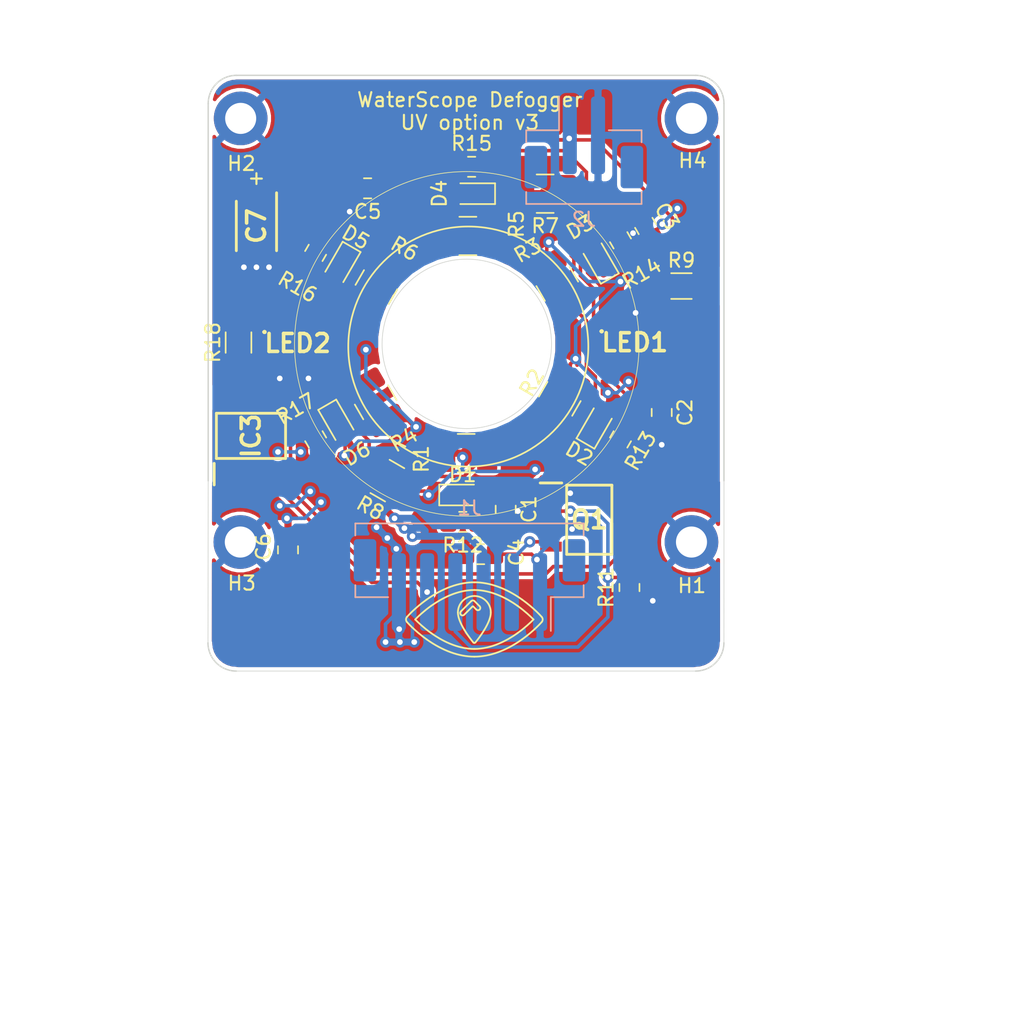
<source format=kicad_pcb>
(kicad_pcb (version 20171130) (host pcbnew "(5.1.10)-1")
  (layers (0 F.Cu signal) (31 B.Cu signal) (34 B.Paste user) (35 F.Paste user) (36 B.SilkS user) (37 F.SilkS user) (38 B.Mask user) (39 F.Mask user) (44 Edge.Cuts user))
  (net 0 "")
  (net 1 GND)
  (net 2 +5V)
  (net 3 DIN)
  (net 4 UV)
  (net 5 DFG)
  (net 6 Temp)
  (net 7 "Net-(D1-Pad1)")
  (net 8 "Net-(D2-Pad1)")
  (net 9 "Net-(D3-Pad1)")
  (net 10 "Net-(D4-Pad1)")
  (net 11 "Net-(D5-Pad1)")
  (net 12 "Net-(D6-Pad1)")
  (net 13 LED-)
  (net 14 UVC+)
  (net 15 UV-)
  (net 16 "Net-(LED1-Pad1)")
  (net 17 "Net-(LED2-Pad1)")
  (module SamacSys_Parts:SOIC127P600X175-8N (layer F.Cu) (at 202.3872 110.0836)
    (fp_text reference Q1 (at 0 0) (layer F.SilkS) (effects (font (size 1.27 1.27) (thickness 0.254))))
    (fp_text value NCE6005AS hide)
    (pad 8 smd rect (at 2.712 -1.905 90) (size 0.7 1.525) (layers F.Cu F.Paste F.Mask) (net 13 LED-))
    (pad 7 smd rect (at 2.712 -0.635 90) (size 0.7 1.525) (layers F.Cu F.Paste F.Mask) (net 13 LED-))
    (pad 6 smd rect (at 2.712 0.635 90) (size 0.7 1.525) (layers F.Cu F.Paste F.Mask) (net 15 UV-))
    (pad 5 smd rect (at 2.712 1.905 90) (size 0.7 1.525) (layers F.Cu F.Paste F.Mask) (net 15 UV-))
    (pad 4 smd rect (at -2.712 1.905 90) (size 0.7 1.525) (layers F.Cu F.Paste F.Mask) (net 4 UV))
    (pad 3 smd rect (at -2.712 0.635 90) (size 0.7 1.525) (layers F.Cu F.Paste F.Mask) (net 1 GND))
    (pad 2 smd rect (at -2.712 -0.635 90) (size 0.7 1.525) (layers F.Cu F.Paste F.Mask) (net 3 DIN))
    (pad 1 smd rect (at -2.712 -1.905 90) (size 0.7 1.525) (layers F.Cu F.Paste F.Mask) (net 1 GND))
  )
  (module SamacSys_Parts:F3500041 (layer F.Cu) (at 181.737 97.5868)
    (fp_text reference LED2 (at 0 0) (layer F.SilkS) (effects (font (size 1.27 1.27) (thickness 0.254))))
    (fp_text value F.35.00041 hide)
    (pad 5 smd rect (at 0 0) (size 0.69 3.1) (layers F.Cu F.Paste F.Mask) (net 1 GND))
    (pad 4 smd rect (at 1.285 0.85) (size 0.53 1.4) (layers F.Cu F.Paste F.Mask) (net 1 GND))
    (pad 3 smd rect (at -1.285 0.85) (size 0.53 1.4) (layers F.Cu F.Paste F.Mask) (net 14 UVC+))
    (pad 2 smd rect (at 1.285 -0.85) (size 0.53 1.4) (layers F.Cu F.Paste F.Mask) (net 15 UV-))
    (pad 1 smd rect (at -1.285 -0.85) (size 0.53 1.4) (layers F.Cu F.Paste F.Mask) (net 17 "Net-(LED2-Pad1)"))
  )
  (module SamacSys_Parts:F3500041 (layer F.Cu) (at 205.613 97.536)
    (fp_text reference LED1 (at 0 0) (layer F.SilkS) (effects (font (size 1.27 1.27) (thickness 0.254))))
    (fp_text value F.35.00041 hide)
    (pad 5 smd rect (at 0 0) (size 0.69 3.1) (layers F.Cu F.Paste F.Mask) (net 1 GND))
    (pad 4 smd rect (at 1.285 0.85) (size 0.53 1.4) (layers F.Cu F.Paste F.Mask) (net 1 GND))
    (pad 3 smd rect (at -1.285 0.85) (size 0.53 1.4) (layers F.Cu F.Paste F.Mask) (net 14 UVC+))
    (pad 2 smd rect (at 1.285 -0.85) (size 0.53 1.4) (layers F.Cu F.Paste F.Mask) (net 15 UV-))
    (pad 1 smd rect (at -1.285 -0.85) (size 0.53 1.4) (layers F.Cu F.Paste F.Mask) (net 16 "Net-(LED1-Pad1)"))
  )
  (module SamacSys_Parts:SOIC127P600X175-8N (layer F.Cu) (at 178.429 104.143 90)
    (fp_text reference IC3 (at 0 0 90) (layer F.SilkS) (effects (font (size 1.27 1.27) (thickness 0.254))))
    (fp_text value DS18B20Z+ hide)
    (pad 8 smd rect (at 2.712 -1.905 180) (size 0.7 1.525) (layers F.Cu F.Paste F.Mask))
    (pad 7 smd rect (at 2.712 -0.635 180) (size 0.7 1.525) (layers F.Cu F.Paste F.Mask))
    (pad 6 smd rect (at 2.712 0.635 180) (size 0.7 1.525) (layers F.Cu F.Paste F.Mask))
    (pad 5 smd rect (at 2.712 1.905 180) (size 0.7 1.525) (layers F.Cu F.Paste F.Mask) (net 1 GND))
    (pad 4 smd rect (at -2.712 1.905 180) (size 0.7 1.525) (layers F.Cu F.Paste F.Mask) (net 6 Temp))
    (pad 3 smd rect (at -2.712 0.635 180) (size 0.7 1.525) (layers F.Cu F.Paste F.Mask) (net 2 +5V))
    (pad 2 smd rect (at -2.712 -0.635 180) (size 0.7 1.525) (layers F.Cu F.Paste F.Mask))
    (pad 1 smd rect (at -2.712 -1.905 180) (size 0.7 1.525) (layers F.Cu F.Paste F.Mask))
  )
  (module SamacSys_Parts:CAPPM3528X210N (layer F.Cu) (at 178.816 89.281 270)
    (fp_text reference C7 (at 0 0 90) (layer F.SilkS) (effects (font (size 1.27 1.27) (thickness 0.254))))
    (fp_text value TAJB107K006RNJ hide)
    (pad 2 smd rect (at 1.45 0 270) (size 1.8 2.3) (layers F.Cu F.Paste F.Mask) (net 1 GND))
    (pad 1 smd rect (at -1.45 0 270) (size 1.8 2.3) (layers F.Cu F.Paste F.Mask) (net 2 +5V))
  )
  (module MountingHole:MountingHole_2.2mm_M2_DIN965_Pad (layer F.Cu) (at 209.626007 81.663)
    (fp_text reference H4 (at 0.076393 2.9952) (layer F.SilkS))
    (fp_text value MountingHole_Pad)
    (pad 1 thru_hole circle (at 0 0) (size 3.8 3.8) (drill 2.2) (layers *.Cu *.Mask) (net 1 GND))
  )
  (module MountingHole:MountingHole_2.2mm_M2_DIN965_Pad (layer F.Cu) (at 177.675 111.663)
    (fp_text reference H3 (at 0.0996 2.9164) (layer F.SilkS))
    (fp_text value MountingHole_Pad)
    (pad 1 thru_hole circle (at 0 0) (size 3.8 3.8) (drill 2.2) (layers *.Cu *.Mask) (net 1 GND))
  )
  (module MountingHole:MountingHole_2.2mm_M2_DIN965_Pad (layer F.Cu) (at 177.699385 81.663)
    (fp_text reference H2 (at 0.049815 3.1984) (layer F.SilkS))
    (fp_text value MountingHole_Pad)
    (pad 1 thru_hole circle (at 0 0) (size 3.8 3.8) (drill 2.2) (layers *.Cu *.Mask) (net 1 GND))
  )
  (module MountingHole:MountingHole_2.2mm_M2_DIN965_Pad (layer F.Cu) (at 209.626007 111.663)
    (fp_text reference H1 (at 0.025593 3.0942) (layer F.SilkS))
    (fp_text value MountingHole_Pad)
    (pad 1 thru_hole circle (at 0 0) (size 3.8 3.8) (drill 2.2) (layers *.Cu *.Mask) (net 1 GND))
  )
  (module Connector_JST:JST_PH_B2B-PH-SM4-TB_1x02-1MP_P2.00mm_Vertical (layer B.Cu) (at 202.0062 83.3628)
    (fp_text reference J2 (at 0 5.45) (layer B.SilkS) (effects (justify mirror)))
    (fp_text value Conn_01x02_Female)
    (pad MP smd roundrect (at 3.4 1.75) (size 1.6 3) (layers B.Cu B.Paste B.Mask) (roundrect_rratio 0.15625))
    (pad MP smd roundrect (at -3.4 1.75) (size 1.6 3) (layers B.Cu B.Paste B.Mask) (roundrect_rratio 0.15625))
    (pad 2 smd roundrect (at 1 -0.5) (size 1 5.5) (layers B.Cu B.Paste B.Mask) (net 1 GND))
    (pad 1 smd roundrect (at -1 -0.5) (size 1 5.5) (layers B.Cu B.Paste B.Mask) (net 14 UVC+))
  )
  (module Resistor_SMD:R_1206_3216Metric_Pad1.30x1.75mm_HandSolder (layer F.Cu) (at 177.546 97.536 90)
    (fp_text reference R18 (at 0 -1.82 90) (layer F.SilkS))
    (fp_text value R)
    (pad 2 smd roundrect (at 1.55 0 90) (size 1.3 1.75) (layers F.Cu F.Paste F.Mask) (roundrect_rratio 0.1923076923076923) (net 2 +5V))
    (pad 1 smd roundrect (at -1.55 0 90) (size 1.3 1.75) (layers F.Cu F.Paste F.Mask) (roundrect_rratio 0.1923076923076923) (net 17 "Net-(LED2-Pad1)"))
  )
  (module Resistor_SMD:R_1206_3216Metric_Pad1.30x1.75mm_HandSolder (layer F.Cu) (at 208.915 93.5355)
    (fp_text reference R9 (at 0 -1.82) (layer F.SilkS))
    (fp_text value R)
    (pad 2 smd roundrect (at 1.55 0) (size 1.3 1.75) (layers F.Cu F.Paste F.Mask) (roundrect_rratio 0.1923076923076923) (net 2 +5V))
    (pad 1 smd roundrect (at -1.55 0) (size 1.3 1.75) (layers F.Cu F.Paste F.Mask) (roundrect_rratio 0.1923076923076923) (net 16 "Net-(LED1-Pad1)"))
  )
  (module Resistor_SMD:R_0805_2012Metric_Pad1.15x1.40mm_HandSolder (layer F.Cu) (at 183.0115 104.392676 300)
    (fp_text reference R17 (at -2.569352 0.134897 210) (layer F.SilkS))
    (fp_text value 500)
    (pad 2 smd roundrect (at 1.025 0 300) (size 1.15 1.4) (layers F.Cu F.Paste F.Mask) (roundrect_rratio 0.2173904347826087) (net 12 "Net-(D6-Pad1)"))
    (pad 1 smd roundrect (at -1.025 0 300) (size 1.15 1.4) (layers F.Cu F.Paste F.Mask) (roundrect_rratio 0.2173904347826087) (net 13 LED-))
  )
  (module Resistor_SMD:R_0805_2012Metric_Pad1.15x1.40mm_HandSolder (layer F.Cu) (at 183.007 91.186 60)
    (fp_text reference R16 (at -2.724719 0.106648 330) (layer F.SilkS))
    (fp_text value 500)
    (pad 2 smd roundrect (at 1.025 0 60) (size 1.15 1.4) (layers F.Cu F.Paste F.Mask) (roundrect_rratio 0.2173904347826087) (net 11 "Net-(D5-Pad1)"))
    (pad 1 smd roundrect (at -1.025 0 60) (size 1.15 1.4) (layers F.Cu F.Paste F.Mask) (roundrect_rratio 0.2173904347826087) (net 13 LED-))
  )
  (module Resistor_SMD:R_0805_2012Metric_Pad1.15x1.40mm_HandSolder (layer F.Cu) (at 194.056 85.09)
    (fp_text reference R15 (at 0 -1.65) (layer F.SilkS))
    (fp_text value 500)
    (pad 2 smd roundrect (at 1.025 0) (size 1.15 1.4) (layers F.Cu F.Paste F.Mask) (roundrect_rratio 0.2173904347826087) (net 10 "Net-(D4-Pad1)"))
    (pad 1 smd roundrect (at -1.025 0) (size 1.15 1.4) (layers F.Cu F.Paste F.Mask) (roundrect_rratio 0.2173904347826087) (net 13 LED-))
  )
  (module Resistor_SMD:R_0805_2012Metric_Pad1.15x1.40mm_HandSolder (layer F.Cu) (at 204.597 90.297 300)
    (fp_text reference R14 (at 2.794 -0.127 30) (layer F.SilkS))
    (fp_text value 500)
    (pad 2 smd roundrect (at 1.025 0 300) (size 1.15 1.4) (layers F.Cu F.Paste F.Mask) (roundrect_rratio 0.2173904347826087) (net 9 "Net-(D3-Pad1)"))
    (pad 1 smd roundrect (at -1.025 0 300) (size 1.15 1.4) (layers F.Cu F.Paste F.Mask) (roundrect_rratio 0.2173904347826087) (net 13 LED-))
  )
  (module Resistor_SMD:R_0805_2012Metric_Pad1.15x1.40mm_HandSolder (layer F.Cu) (at 204.597 104.394 240)
    (fp_text reference R13 (at 0 -1.65 60) (layer F.SilkS))
    (fp_text value 500)
    (pad 2 smd roundrect (at 1.025 0 240) (size 1.15 1.4) (layers F.Cu F.Paste F.Mask) (roundrect_rratio 0.2173904347826087) (net 8 "Net-(D2-Pad1)"))
    (pad 1 smd roundrect (at -1.025 0 240) (size 1.15 1.4) (layers F.Cu F.Paste F.Mask) (roundrect_rratio 0.2173904347826087) (net 13 LED-))
  )
  (module Resistor_SMD:R_0805_2012Metric_Pad1.15x1.40mm_HandSolder (layer F.Cu) (at 193.43 110.236 180)
    (fp_text reference R12 (at 0 -1.65 180) (layer F.SilkS))
    (fp_text value 500)
    (pad 2 smd roundrect (at 1.025 0 180) (size 1.15 1.4) (layers F.Cu F.Paste F.Mask) (roundrect_rratio 0.2173904347826087) (net 7 "Net-(D1-Pad1)"))
    (pad 1 smd roundrect (at -1.025 0 180) (size 1.15 1.4) (layers F.Cu F.Paste F.Mask) (roundrect_rratio 0.2173904347826087) (net 13 LED-))
  )
  (module Resistor_SMD:R_0805_2012Metric_Pad1.15x1.40mm_HandSolder (layer F.Cu) (at 205.232 114.8842 90)
    (fp_text reference R11 (at 0 -1.65 90) (layer F.SilkS))
    (fp_text value 10k)
    (pad 2 smd roundrect (at 1.025 0 90) (size 1.15 1.4) (layers F.Cu F.Paste F.Mask) (roundrect_rratio 0.2173904347826087) (net 3 DIN))
    (pad 1 smd roundrect (at -1.025 0 90) (size 1.15 1.4) (layers F.Cu F.Paste F.Mask) (roundrect_rratio 0.2173904347826087) (net 1 GND))
  )
  (module LED_SMD:LED_0603_1608Metric_Pad1.05x0.95mm_HandSolder (layer F.Cu) (at 184.658 103.378 300)
    (fp_text reference D6 (at 2.394764 -0.083852 210) (layer F.SilkS))
    (fp_text value LED)
    (pad 2 smd roundrect (at 0.875 0 300) (size 1.05 0.95) (layers F.Cu F.Paste F.Mask) (net 2 +5V))
    (pad 1 smd roundrect (at -0.875 0 300) (size 1.05 0.95) (layers F.Cu F.Paste F.Mask) (net 12 "Net-(D6-Pad1)"))
  )
  (module LED_SMD:LED_0603_1608Metric_Pad1.05x0.95mm_HandSolder (layer F.Cu) (at 184.7285 92.197772 240)
    (fp_text reference D5 (at -2.394764 0.083852 330) (layer F.SilkS))
    (fp_text value LED)
    (pad 2 smd roundrect (at 0.875 0 240) (size 1.05 0.95) (layers F.Cu F.Paste F.Mask) (net 2 +5V))
    (pad 1 smd roundrect (at -0.875 0 240) (size 1.05 0.95) (layers F.Cu F.Paste F.Mask) (net 11 "Net-(D5-Pad1)"))
  )
  (module LED_SMD:LED_0603_1608Metric_Pad1.05x0.95mm_HandSolder (layer F.Cu) (at 194.056 86.995 180)
    (fp_text reference D4 (at 2.286 0 90) (layer F.SilkS))
    (fp_text value LED)
    (pad 2 smd roundrect (at 0.875 0 180) (size 1.05 0.95) (layers F.Cu F.Paste F.Mask) (net 2 +5V))
    (pad 1 smd roundrect (at -0.875 0 180) (size 1.05 0.95) (layers F.Cu F.Paste F.Mask) (net 10 "Net-(D4-Pad1)"))
  )
  (module LED_SMD:LED_0603_1608Metric_Pad1.05x0.95mm_HandSolder (layer F.Cu) (at 203.0165 91.571228 120)
    (fp_text reference D3 (at 2.54 0 30) (layer F.SilkS))
    (fp_text value LED)
    (pad 2 smd roundrect (at 0.875 0 120) (size 1.05 0.95) (layers F.Cu F.Paste F.Mask) (net 2 +5V))
    (pad 1 smd roundrect (at -0.875 0 120) (size 1.05 0.95) (layers F.Cu F.Paste F.Mask) (net 9 "Net-(D3-Pad1)"))
  )
  (module LED_SMD:LED_0603_1608Metric_Pad1.05x0.95mm_HandSolder (layer F.Cu) (at 202.946 103.251 60)
    (fp_text reference D2 (at -2.504749 -0.020352 150) (layer F.SilkS))
    (fp_text value LED)
    (pad 2 smd roundrect (at 0.875 0 60) (size 1.05 0.95) (layers F.Cu F.Paste F.Mask) (net 2 +5V))
    (pad 1 smd roundrect (at -0.875 0 60) (size 1.05 0.95) (layers F.Cu F.Paste F.Mask) (net 8 "Net-(D2-Pad1)"))
  )
  (module LED_SMD:LED_0603_1608Metric_Pad1.05x0.95mm_HandSolder (layer F.Cu) (at 193.421 108.331)
    (fp_text reference D1 (at 0 -1.43) (layer F.SilkS))
    (fp_text value LED)
    (pad 2 smd roundrect (at 0.875 0) (size 1.05 0.95) (layers F.Cu F.Paste F.Mask) (net 2 +5V))
    (pad 1 smd roundrect (at -0.875 0) (size 1.05 0.95) (layers F.Cu F.Paste F.Mask) (net 7 "Net-(D1-Pad1)"))
  )
  (module Resistor_SMD:R_1210_3225Metric_Pad1.42x2.65mm_HandSolder (layer F.Cu) (at 188.087 107.315 330)
    (fp_text reference R8 (at -0.06423 2.28875 150) (layer F.SilkS))
    (fp_text value R)
    (pad 2 smd roundrect (at 1.4875 0 330) (size 1.425 2.65) (layers F.Cu F.Paste F.Mask) (roundrect_rratio 0.1754385964912281) (net 2 +5V))
    (pad 1 smd roundrect (at -1.4875 0 330) (size 1.425 2.65) (layers F.Cu F.Paste F.Mask) (roundrect_rratio 0.1754385964912281) (net 5 DFG))
  )
  (module Resistor_SMD:R_1210_3225Metric_Pad1.42x2.65mm_HandSolder (layer F.Cu) (at 199.263 86.995 180)
    (fp_text reference R7 (at 0 -2.28) (layer F.SilkS))
    (fp_text value R)
    (pad 2 smd roundrect (at 1.4875 0 180) (size 1.425 2.65) (layers F.Cu F.Paste F.Mask) (roundrect_rratio 0.1754385964912281) (net 2 +5V))
    (pad 1 smd roundrect (at -1.4875 0 180) (size 1.425 2.65) (layers F.Cu F.Paste F.Mask) (roundrect_rratio 0.1754385964912281) (net 5 DFG))
  )
  (module Connector_JST:JST_PH_B6B-PH-SM4-TB_1x06-1MP_P2.00mm_Vertical (layer B.Cu) (at 193.9036 114.7064 180)
    (fp_text reference J1 (at 0 5.45) (layer B.SilkS) (effects (justify mirror)))
    (fp_text value Conn_01x05_Female)
    (pad MP smd roundrect (at 7.4 1.75 180) (size 1.6 3) (layers B.Cu B.Paste B.Mask) (roundrect_rratio 0.15625))
    (pad MP smd roundrect (at -7.4 1.75 180) (size 1.6 3) (layers B.Cu B.Paste B.Mask) (roundrect_rratio 0.15625))
    (pad 6 smd roundrect (at 5 -0.5 180) (size 1 5.5) (layers B.Cu B.Paste B.Mask) (net 2 +5V))
    (pad 5 smd roundrect (at 3 -0.5 180) (size 1 5.5) (layers B.Cu B.Paste B.Mask) (net 6 Temp))
    (pad 4 smd roundrect (at 1 -0.5 180) (size 1 5.5) (layers B.Cu B.Paste B.Mask) (net 3 DIN))
    (pad 3 smd roundrect (at -1 -0.5 180) (size 1 5.5) (layers B.Cu B.Paste B.Mask) (net 5 DFG))
    (pad 2 smd roundrect (at -3 -0.5 180) (size 1 5.5) (layers B.Cu B.Paste B.Mask) (net 4 UV))
    (pad 1 smd roundrect (at -5 -0.5 180) (size 1 5.5) (layers B.Cu B.Paste B.Mask) (net 1 GND))
  )
  (module Resistor_SMD:R_1210_3225Metric_Pad1.42x2.65mm_HandSolder (layer F.Cu) (at 187.31 93.61 240)
    (fp_text reference R6 (at -3.355589 -0.372051 150) (layer F.SilkS))
    (fp_text value R)
    (pad 2 smd roundrect (at 1.4875 0 240) (size 1.425 2.65) (layers F.Cu F.Paste F.Mask) (roundrect_rratio 0.1754385964912281) (net 2 +5V))
    (pad 1 smd roundrect (at -1.4875 0 240) (size 1.425 2.65) (layers F.Cu F.Paste F.Mask) (roundrect_rratio 0.1754385964912281) (net 5 DFG))
  )
  (module Resistor_SMD:R_1210_3225Metric_Pad1.42x2.65mm_HandSolder (layer F.Cu) (at 193.79 89.99)
    (fp_text reference R5 (at 3.441 -0.836 90) (layer F.SilkS))
    (fp_text value R)
    (pad 2 smd roundrect (at 1.4875 0) (size 1.425 2.65) (layers F.Cu F.Paste F.Mask) (roundrect_rratio 0.1754385964912281) (net 2 +5V))
    (pad 1 smd roundrect (at -1.4875 0) (size 1.425 2.65) (layers F.Cu F.Paste F.Mask) (roundrect_rratio 0.1754385964912281) (net 5 DFG))
  )
  (module Resistor_SMD:R_1210_3225Metric_Pad1.42x2.65mm_HandSolder (layer F.Cu) (at 187.26 101.77 300)
    (fp_text reference R4 (at 3.299967 -0.415711 210) (layer F.SilkS))
    (fp_text value R)
    (pad 2 smd roundrect (at 1.4875 0 300) (size 1.425 2.65) (layers F.Cu F.Paste F.Mask) (roundrect_rratio 0.1754385964912281) (net 2 +5V))
    (pad 1 smd roundrect (at -1.4875 0 300) (size 1.425 2.65) (layers F.Cu F.Paste F.Mask) (roundrect_rratio 0.1754385964912281) (net 5 DFG))
  )
  (module Resistor_SMD:R_1210_3225Metric_Pad1.42x2.65mm_HandSolder (layer F.Cu) (at 200.12 93.38 120)
    (fp_text reference R3 (at 3.09248 -0.616333 210) (layer F.SilkS))
    (fp_text value R)
    (pad 2 smd roundrect (at 1.4875 0 120) (size 1.425 2.65) (layers F.Cu F.Paste F.Mask) (roundrect_rratio 0.1754385964912281) (net 2 +5V))
    (pad 1 smd roundrect (at -1.4875 0 120) (size 1.425 2.65) (layers F.Cu F.Paste F.Mask) (roundrect_rratio 0.1754385964912281) (net 5 DFG))
  )
  (module Resistor_SMD:R_1210_3225Metric_Pad1.42x2.65mm_HandSolder (layer F.Cu) (at 200.3 101.52 60)
    (fp_text reference R2 (at 0 -2.28 60) (layer F.SilkS))
    (fp_text value R)
    (pad 2 smd roundrect (at 1.4875 0 60) (size 1.425 2.65) (layers F.Cu F.Paste F.Mask) (roundrect_rratio 0.1754385964912281) (net 2 +5V))
    (pad 1 smd roundrect (at -1.4875 0 60) (size 1.425 2.65) (layers F.Cu F.Paste F.Mask) (roundrect_rratio 0.1754385964912281) (net 5 DFG))
  )
  (module Resistor_SMD:R_1210_3225Metric_Pad1.42x2.65mm_HandSolder (layer F.Cu) (at 193.67 105.37 180)
    (fp_text reference R1 (at 3.17 -0.421 90) (layer F.SilkS))
    (fp_text value R)
    (pad 2 smd roundrect (at 1.4875 0 180) (size 1.425 2.65) (layers F.Cu F.Paste F.Mask) (roundrect_rratio 0.1754385964912281) (net 2 +5V))
    (pad 1 smd roundrect (at -1.4875 0 180) (size 1.425 2.65) (layers F.Cu F.Paste F.Mask) (roundrect_rratio 0.1754385964912281) (net 5 DFG))
  )
  (module Capacitor_SMD:C_0805_2012Metric_Pad1.15x1.40mm_HandSolder (layer F.Cu) (at 181.0512 112.2172 270)
    (fp_text reference C6 (at -0.21253 1.739712 90) (layer F.SilkS))
    (fp_text value C)
    (pad 2 smd roundrect (at 1.025 0 270) (size 1.15 1.4) (layers F.Cu F.Paste F.Mask) (roundrect_rratio 0.2173904347826087) (net 1 GND))
    (pad 1 smd roundrect (at -1.025 0 270) (size 1.15 1.4) (layers F.Cu F.Paste F.Mask) (roundrect_rratio 0.2173904347826087) (net 2 +5V))
  )
  (module Capacitor_SMD:C_0805_2012Metric_Pad1.15x1.40mm_HandSolder (layer F.Cu) (at 186.69 86.614 180)
    (fp_text reference C5 (at 0 -1.65) (layer F.SilkS))
    (fp_text value C)
    (pad 2 smd roundrect (at 1.025 0 180) (size 1.15 1.4) (layers F.Cu F.Paste F.Mask) (roundrect_rratio 0.2173904347826087) (net 1 GND))
    (pad 1 smd roundrect (at -1.025 0 180) (size 1.15 1.4) (layers F.Cu F.Paste F.Mask) (roundrect_rratio 0.2173904347826087) (net 2 +5V))
  )
  (module Capacitor_SMD:C_0805_2012Metric_Pad1.15x1.40mm_HandSolder (layer F.Cu) (at 194.691 112.522)
    (fp_text reference C4 (at 2.54 -0.127 -270) (layer F.SilkS))
    (fp_text value C)
    (pad 2 smd roundrect (at 1.025 0) (size 1.15 1.4) (layers F.Cu F.Paste F.Mask) (roundrect_rratio 0.2173904347826087) (net 1 GND))
    (pad 1 smd roundrect (at -1.025 0) (size 1.15 1.4) (layers F.Cu F.Paste F.Mask) (roundrect_rratio 0.2173904347826087) (net 2 +5V))
  )
  (module Capacitor_SMD:C_0805_2012Metric_Pad1.15x1.40mm_HandSolder (layer F.Cu) (at 206.375 89.281 120)
    (fp_text reference C3 (at -0.155471 1.661204 120) (layer F.SilkS))
    (fp_text value C)
    (pad 2 smd roundrect (at 1.025 0 120) (size 1.15 1.4) (layers F.Cu F.Paste F.Mask) (roundrect_rratio 0.2173904347826087) (net 1 GND))
    (pad 1 smd roundrect (at -1.025 0 120) (size 1.15 1.4) (layers F.Cu F.Paste F.Mask) (roundrect_rratio 0.2173904347826087) (net 2 +5V))
  )
  (module Capacitor_SMD:C_0805_2012Metric_Pad1.15x1.40mm_HandSolder (layer F.Cu) (at 207.518 102.489 270)
    (fp_text reference C2 (at 0 -1.65 90) (layer F.SilkS))
    (fp_text value C)
    (pad 2 smd roundrect (at 1.025 0 270) (size 1.15 1.4) (layers F.Cu F.Paste F.Mask) (roundrect_rratio 0.2173904347826087) (net 1 GND))
    (pad 1 smd roundrect (at -1.025 0 270) (size 1.15 1.4) (layers F.Cu F.Paste F.Mask) (roundrect_rratio 0.2173904347826087) (net 2 +5V))
  )
  (module Capacitor_SMD:C_0805_2012Metric_Pad1.15x1.40mm_HandSolder (layer F.Cu) (at 196.469 109.347 270)
    (fp_text reference C1 (at 0 -1.65 90) (layer F.SilkS))
    (fp_text value C)
    (pad 2 smd roundrect (at 1.025 0 270) (size 1.15 1.4) (layers F.Cu F.Paste F.Mask) (roundrect_rratio 0.2173904347826087) (net 1 GND))
    (pad 1 smd roundrect (at -1.025 0 270) (size 1.15 1.4) (layers F.Cu F.Paste F.Mask) (roundrect_rratio 0.2173904347826087) (net 2 +5V))
  )
  (gr_text + (at 178.816 85.852) (layer F.SilkS) (effects (font (size 1 1))))
  (gr_curve (pts (xy 194.322488 118.774364) (xy 194.457849 118.6081) (xy 194.72021 118.271232) (xy 194.956006 117.881977)) (layer F.SilkS) (width 0.125))
  (gr_curve (pts (xy 194.621541 116.443808) (xy 194.556983 116.508472) (xy 194.452102 116.508472) (xy 194.387544 116.443808)) (layer F.SilkS) (width 0.125))
  (gr_curve (pts (xy 193.541121 117.882189) (xy 193.776917 118.271338) (xy 194.039278 118.608206) (xy 194.174533 118.774364)) (layer F.SilkS) (width 0.125))
  (gr_curve (pts (xy 194.956006 117.881977) (xy 195.259854 117.380327) (xy 195.413841 116.965566) (xy 195.413841 116.649336)) (layer F.SilkS) (width 0.125))
  (gr_curve (pts (xy 194.248511 118.809501) (xy 194.277297 118.809501) (xy 194.30439 118.796589) (xy 194.322488 118.774364)) (layer F.SilkS) (width 0.125))
  (gr_curve (pts (xy 198.439161 117.146679) (xy 198.228659 117.361309) (xy 197.831466 117.738605) (xy 197.307168 118.111667)) (layer F.SilkS) (width 0.125))
  (gr_curve (pts (xy 191.18979 118.111667) (xy 190.665491 117.738605) (xy 190.268299 117.361203) (xy 190.058008 117.146679)) (layer F.SilkS) (width 0.125))
  (gr_line (start 193.293439 116.578746) (end 194.024959 115.84712) (layer F.SilkS) (width 0.125))
  (gr_curve (pts (xy 199.021244 116.967503) (xy 198.999548 116.942421) (xy 198.479166 116.345944) (xy 197.636203 115.743964)) (layer F.SilkS) (width 0.125))
  (gr_curve (pts (xy 197.636203 118.5495) (xy 198.479272 117.94752) (xy 198.999548 117.351043) (xy 199.021244 117.325855)) (layer F.SilkS) (width 0.125))
  (gr_curve (pts (xy 190.860965 115.743964) (xy 190.017897 116.345944) (xy 189.497515 116.942421) (xy 189.47582 116.967503)) (layer F.SilkS) (width 0.125))
  (gr_curve (pts (xy 194.248511 115.4839) (xy 193.605891 115.4839) (xy 193.08318 116.006717) (xy 193.08318 116.649336)) (layer F.SilkS) (width 0.125))
  (gr_curve (pts (xy 194.171538 116.227696) (xy 194.15524 116.211398) (xy 194.128781 116.211398) (xy 194.112377 116.227696)) (layer F.SilkS) (width 0.125))
  (gr_curve (pts (xy 197.636203 115.743964) (xy 196.508444 114.938572) (xy 195.336975 114.512911) (xy 194.248479 114.512911)) (layer F.SilkS) (width 0.125))
  (gr_curve (pts (xy 194.248479 114.512911) (xy 193.160089 114.512911) (xy 191.98862 114.938572) (xy 190.860965 115.743964)) (layer F.SilkS) (width 0.125))
  (gr_curve (pts (xy 190.058008 117.146679) (xy 190.268404 116.932049) (xy 190.665597 116.554753) (xy 191.18979 116.181691)) (layer F.SilkS) (width 0.125))
  (gr_curve (pts (xy 189.47582 117.325855) (xy 189.497515 117.351043) (xy 190.017897 117.94752) (xy 190.860966 118.5495)) (layer F.SilkS) (width 0.125))
  (gr_curve (pts (xy 197.307168 116.181691) (xy 197.831572 116.554859) (xy 198.228659 116.932155) (xy 198.439161 117.146679)) (layer F.SilkS) (width 0.125))
  (gr_curve (pts (xy 194.248479 119.233077) (xy 193.022929 119.233077) (xy 191.90861 118.623266) (xy 191.18979 118.111667)) (layer F.SilkS) (width 0.125))
  (gr_curve (pts (xy 194.024959 115.84712) (xy 194.089517 115.782667) (xy 194.194504 115.782667) (xy 194.258956 115.84712)) (layer F.SilkS) (width 0.125))
  (gr_curve (pts (xy 199.021244 117.325855) (xy 199.110356 117.223091) (xy 199.110356 117.070373) (xy 199.021244 116.967503)) (layer F.SilkS) (width 0.125))
  (gr_curve (pts (xy 194.621541 116.209811) (xy 194.686205 116.274369) (xy 194.686205 116.379144) (xy 194.621541 116.443808)) (layer F.SilkS) (width 0.125))
  (gr_curve (pts (xy 191.18979 116.181691) (xy 191.90861 115.670092) (xy 193.022929 115.060281) (xy 194.248479 115.060281)) (layer F.SilkS) (width 0.125))
  (gr_curve (pts (xy 194.248479 119.780553) (xy 195.336974 119.780553) (xy 196.508338 119.354786) (xy 197.636203 118.5495)) (layer F.SilkS) (width 0.125))
  (gr_line (start 194.387544 116.443808) (end 194.171538 116.227696) (layer F.SilkS) (width 0.125))
  (gr_line (start 194.112377 116.227696) (end 193.527436 116.812743) (layer F.SilkS) (width 0.125))
  (gr_curve (pts (xy 193.527436 116.812743) (xy 193.462878 116.877301) (xy 193.357997 116.877301) (xy 193.293439 116.812743)) (layer F.SilkS) (width 0.125))
  (gr_curve (pts (xy 194.248479 115.060281) (xy 195.474135 115.060281) (xy 196.588348 115.670092) (xy 197.307168 116.181691)) (layer F.SilkS) (width 0.125))
  (gr_curve (pts (xy 193.293439 116.812743) (xy 193.26243 116.781734) (xy 193.244967 116.739612) (xy 193.244967 116.695797)) (layer F.SilkS) (width 0.125))
  (gr_curve (pts (xy 190.860966 118.5495) (xy 191.98862 119.354786) (xy 193.160089 119.780553) (xy 194.248479 119.780553)) (layer F.SilkS) (width 0.125))
  (gr_curve (pts (xy 194.174533 118.774364) (xy 194.192631 118.796589) (xy 194.21983 118.809501) (xy 194.248511 118.809501)) (layer F.SilkS) (width 0.125))
  (gr_line (start 194.258956 115.84712) (end 194.621541 116.209811) (layer F.SilkS) (width 0.125))
  (gr_curve (pts (xy 193.08318 116.649336) (xy 193.08318 116.965778) (xy 193.237273 117.380645) (xy 193.541121 117.882189)) (layer F.SilkS) (width 0.125))
  (gr_curve (pts (xy 195.413841 116.649336) (xy 195.413841 116.006716) (xy 194.89113 115.4839) (xy 194.248511 115.4839)) (layer F.SilkS) (width 0.125))
  (gr_curve (pts (xy 193.244967 116.695797) (xy 193.244967 116.651876) (xy 193.26243 116.609755) (xy 193.293439 116.578746)) (layer F.SilkS) (width 0.125))
  (gr_curve (pts (xy 197.307168 118.111667) (xy 196.588348 118.623266) (xy 195.474134 119.233077) (xy 194.248479 119.233077)) (layer F.SilkS) (width 0.125))
  (gr_curve (pts (xy 189.47582 116.967503) (xy 189.386708 117.070373) (xy 189.386708 117.223091) (xy 189.47582 117.325855)) (layer F.SilkS) (width 0.125))
  (gr_line (start 209.9215 120.7996) (end 177.3838 120.7996) (layer Edge.Cuts) (width 0.05))
  (gr_line (start 175.399385 107.324298) (end 175.3838 118.7996) (layer Edge.Cuts) (width 0.05))
  (gr_line (start 211.926007 107.324298) (end 211.9215 118.7996) (layer Edge.Cuts) (width 0.05))
  (gr_circle (center 193.7131 97.62998) (end 205.9131 97.62998) (layer F.SilkS) (width 0.05))
  (gr_line (start 175.399385 107.324298) (end 175.399385 80.613895) (layer Edge.Cuts) (width 0.1))
  (gr_arc (start 177.3838 118.7996) (end 175.3838 118.7996) (angle -90) (layer Edge.Cuts) (width 0.1))
  (gr_line (start 177.399385 78.613895) (end 209.926007 78.613895) (layer Edge.Cuts) (width 0.1))
  (gr_arc (start 209.9215 118.7996) (end 209.9215 120.7996) (angle -90) (layer Edge.Cuts) (width 0.1))
  (gr_arc (start 209.926007 80.613895) (end 211.926007 80.613895) (angle -90) (layer Edge.Cuts) (width 0.1))
  (gr_line (start 211.926007 80.613895) (end 211.926007 107.324298) (layer Edge.Cuts) (width 0.1))
  (gr_arc (start 177.399385 80.613895) (end 177.399385 78.613895) (angle -90) (layer Edge.Cuts) (width 0.1))
  (gr_circle (center 193.7131 97.62998) (end 199.7131 97.62998) (layer Edge.Cuts) (width 0.05))
  (gr_circle (center 193.82 97.82) (end 202.32 97.82) (layer F.SilkS) (width 0.12))
  (gr_text "WaterScope Defogger\nUV option v3" (at 193.929 81.153) (layer F.SilkS) (effects (font (size 1 1))))
  (segment (start 185.665 86.614) (end 185.665 88.02) (width 0.25) (layer F.Cu) (net 1))
  (via (at 185.42 88.265) (size 0.8) (drill 0.4) (layers F.Cu B.Cu) (net 1))
  (segment (start 185.665 88.02) (end 185.42 88.265) (width 0.25) (layer F.Cu) (net 1))
  (segment (start 183.022 99.553) (end 182.499 100.076) (width 0.25) (layer F.Cu) (net 1))
  (via (at 182.499 100.076) (size 0.8) (drill 0.4) (layers F.Cu B.Cu) (net 1))
  (segment (start 183.022 98.4368) (end 183.022 99.553) (width 0.25) (layer F.Cu) (net 1))
  (via (at 207.518 104.775) (size 0.8) (drill 0.4) (layers F.Cu B.Cu) (net 1))
  (segment (start 207.518 103.514) (end 207.518 104.775) (width 0.25) (layer F.Cu) (net 1))
  (segment (start 181.737 99.314) (end 182.499 100.076) (width 0.25) (layer F.Cu) (net 1))
  (segment (start 181.737 97.5868) (end 181.737 99.314) (width 0.25) (layer F.Cu) (net 1))
  (via (at 205.486 89.789) (size 0.8) (drill 0.4) (layers F.Cu B.Cu) (net 1))
  (segment (start 205.8625 89.4125) (end 205.359 89.916) (width 0.25) (layer F.Cu) (net 1))
  (segment (start 205.8625 88.393324) (end 205.8625 89.4125) (width 0.25) (layer F.Cu) (net 1))
  (via (at 180.467 100.076) (size 0.8) (drill 0.4) (layers F.Cu B.Cu) (net 1))
  (segment (start 180.334 100.209) (end 180.467 100.076) (width 0.25) (layer F.Cu) (net 1))
  (segment (start 180.334 101.431) (end 180.334 100.209) (width 0.25) (layer F.Cu) (net 1))
  (segment (start 206.463 98.386) (end 205.613 97.536) (width 0.25) (layer F.Cu) (net 1))
  (segment (start 206.898 98.386) (end 206.463 98.386) (width 0.25) (layer F.Cu) (net 1))
  (via (at 205.668153 95.432153) (size 0.8) (drill 0.4) (layers F.Cu B.Cu) (net 1))
  (segment (start 205.613 95.487306) (end 205.668153 95.432153) (width 0.25) (layer F.Cu) (net 1))
  (segment (start 205.613 97.536) (end 205.613 95.487306) (width 0.25) (layer F.Cu) (net 1))
  (via (at 197.33149 109.474) (size 0.8) (drill 0.4) (layers F.Cu B.Cu) (net 1))
  (segment (start 196.469 110.372) (end 196.469 110.33649) (width 0.25) (layer F.Cu) (net 1))
  (segment (start 196.469 110.33649) (end 197.33149 109.474) (width 0.25) (layer F.Cu) (net 1))
  (segment (start 179.2542 113.2422) (end 177.675 111.663) (width 0.25) (layer F.Cu) (net 1))
  (segment (start 181.0512 113.2422) (end 179.2542 113.2422) (width 0.25) (layer F.Cu) (net 1))
  (via (at 201.168 110.744) (size 0.8) (drill 0.4) (layers F.Cu B.Cu) (net 1))
  (segment (start 201.1426 110.7186) (end 201.168 110.744) (width 0.25) (layer F.Cu) (net 1))
  (segment (start 199.6752 110.7186) (end 201.1426 110.7186) (width 0.25) (layer F.Cu) (net 1))
  (via (at 198.681001 112.903) (size 0.8) (drill 0.4) (layers F.Cu B.Cu) (net 1))
  (segment (start 198.300001 112.522) (end 198.681001 112.903) (width 0.25) (layer F.Cu) (net 1))
  (segment (start 195.716 112.522) (end 198.300001 112.522) (width 0.25) (layer F.Cu) (net 1))
  (via (at 206.883 115.824) (size 0.8) (drill 0.4) (layers F.Cu B.Cu) (net 1))
  (segment (start 206.7978 115.9092) (end 206.883 115.824) (width 0.25) (layer F.Cu) (net 1))
  (segment (start 205.232 115.9092) (end 206.7978 115.9092) (width 0.25) (layer F.Cu) (net 1))
  (via (at 201.041 108.204) (size 0.8) (drill 0.4) (layers F.Cu B.Cu) (net 1))
  (segment (start 201.0156 108.1786) (end 201.041 108.204) (width 0.25) (layer F.Cu) (net 1))
  (segment (start 199.6752 108.1786) (end 201.0156 108.1786) (width 0.25) (layer F.Cu) (net 1))
  (segment (start 200.616 110.744) (end 201.168 110.744) (width 0.25) (layer B.Cu) (net 1))
  (segment (start 198.9036 112.4564) (end 200.616 110.744) (width 0.25) (layer B.Cu) (net 1))
  (segment (start 198.9036 115.2064) (end 198.9036 112.4564) (width 0.25) (layer B.Cu) (net 1))
  (via (at 178.816 92.202) (size 0.8) (drill 0.4) (layers F.Cu B.Cu) (net 1))
  (segment (start 178.816 90.731) (end 178.816 92.202) (width 0.25) (layer F.Cu) (net 1))
  (via (at 179.705 92.202) (size 0.8) (drill 0.4) (layers F.Cu B.Cu) (net 1))
  (segment (start 178.816 91.313) (end 179.705 92.202) (width 0.25) (layer F.Cu) (net 1))
  (segment (start 178.816 90.731) (end 178.816 91.313) (width 0.25) (layer F.Cu) (net 1))
  (via (at 177.927 92.202) (size 0.8) (drill 0.4) (layers F.Cu B.Cu) (net 1))
  (segment (start 178.816 91.313) (end 177.927 92.202) (width 0.25) (layer F.Cu) (net 1))
  (segment (start 197.379287 92.091787) (end 195.2775 89.99) (width 0.25) (layer F.Cu) (net 2))
  (segment (start 199.37625 92.091787) (end 197.379287 92.091787) (width 0.25) (layer F.Cu) (net 2))
  (segment (start 195.2775 89.493) (end 195.2775 89.99) (width 0.25) (layer F.Cu) (net 2))
  (segment (start 197.7755 86.995) (end 195.2775 89.493) (width 0.25) (layer F.Cu) (net 2))
  (segment (start 186.56625 94.898213) (end 186.56625 98.04075) (width 0.25) (layer F.Cu) (net 2))
  (via (at 186.56625 98.04075) (size 0.8) (drill 0.4) (layers F.Cu B.Cu) (net 2))
  (segment (start 186.56625 98.04075) (end 186.56625 99.95225) (width 0.25) (layer B.Cu) (net 2))
  (via (at 190.119 103.505) (size 0.8) (drill 0.4) (layers F.Cu B.Cu) (net 2))
  (segment (start 186.56625 99.95225) (end 190.119 103.505) (width 0.25) (layer B.Cu) (net 2))
  (segment (start 190.119 103.505) (end 189.992 103.505) (width 0.25) (layer F.Cu) (net 2))
  (segment (start 189.545213 103.058213) (end 188.00375 103.058213) (width 0.25) (layer F.Cu) (net 2))
  (segment (start 189.992 103.505) (end 189.545213 103.058213) (width 0.25) (layer F.Cu) (net 2))
  (segment (start 201.04375 100.231787) (end 201.04375 99.05725) (width 0.25) (layer F.Cu) (net 2))
  (segment (start 201.04375 99.05725) (end 201.422 98.679) (width 0.25) (layer F.Cu) (net 2))
  (via (at 201.422 98.679) (size 0.8) (drill 0.4) (layers F.Cu B.Cu) (net 2))
  (via (at 203.708 101.092) (size 0.8) (drill 0.4) (layers F.Cu B.Cu) (net 2))
  (segment (start 203.581 100.838) (end 203.581 100.965) (width 0.25) (layer B.Cu) (net 2))
  (segment (start 203.581 100.965) (end 203.708 101.092) (width 0.25) (layer B.Cu) (net 2))
  (segment (start 203.708 102.168728) (end 203.3835 102.493228) (width 0.25) (layer F.Cu) (net 2))
  (segment (start 203.708 101.092) (end 203.708 102.168728) (width 0.25) (layer F.Cu) (net 2))
  (via (at 185.039 105.537) (size 0.8) (drill 0.4) (layers F.Cu B.Cu) (net 2))
  (segment (start 185.0955 104.135772) (end 185.0955 105.4805) (width 0.25) (layer F.Cu) (net 2))
  (segment (start 185.0955 105.4805) (end 185.039 105.537) (width 0.25) (layer F.Cu) (net 2))
  (segment (start 185.039 105.537) (end 186.055 104.521) (width 0.25) (layer B.Cu) (net 2))
  (segment (start 189.103 104.521) (end 190.119 103.505) (width 0.25) (layer B.Cu) (net 2))
  (segment (start 186.055 104.521) (end 189.103 104.521) (width 0.25) (layer B.Cu) (net 2))
  (via (at 199.517 90.424) (size 0.8) (drill 0.4) (layers F.Cu B.Cu) (net 2))
  (segment (start 199.37625 92.091787) (end 199.37625 90.56475) (width 0.25) (layer F.Cu) (net 2))
  (segment (start 199.37625 90.56475) (end 199.517 90.424) (width 0.25) (layer F.Cu) (net 2))
  (segment (start 199.517 90.424) (end 202.311 93.218) (width 0.25) (layer B.Cu) (net 2))
  (via (at 204.597 93.218) (size 0.8) (drill 0.4) (layers F.Cu B.Cu) (net 2))
  (segment (start 202.311 93.218) (end 204.597 93.218) (width 0.25) (layer B.Cu) (net 2))
  (segment (start 206.8875 90.9275) (end 206.8875 90.168676) (width 0.25) (layer F.Cu) (net 2))
  (segment (start 197.644999 106.716999) (end 196.469 107.892998) (width 0.25) (layer F.Cu) (net 2))
  (segment (start 198.575817 106.716999) (end 197.644999 106.716999) (width 0.25) (layer F.Cu) (net 2))
  (segment (start 196.469 107.892998) (end 196.469 108.322) (width 0.25) (layer F.Cu) (net 2))
  (segment (start 196.46 108.331) (end 196.469 108.322) (width 0.25) (layer F.Cu) (net 2))
  (segment (start 194.296 108.331) (end 196.46 108.331) (width 0.25) (layer F.Cu) (net 2))
  (segment (start 192.803391 106.662609) (end 191.008 108.458) (width 0.25) (layer B.Cu) (net 2))
  (via (at 191.008 108.331) (size 0.8) (drill 0.4) (layers F.Cu B.Cu) (net 2))
  (segment (start 191.008 108.458) (end 191.008 108.331) (width 0.25) (layer B.Cu) (net 2))
  (segment (start 190.73575 108.05875) (end 191.008 108.331) (width 0.25) (layer F.Cu) (net 2))
  (segment (start 189.375213 108.05875) (end 190.73575 108.05875) (width 0.25) (layer F.Cu) (net 2))
  (segment (start 190.3175 103.505) (end 190.119 103.505) (width 0.25) (layer F.Cu) (net 2))
  (segment (start 192.1825 105.37) (end 190.3175 103.505) (width 0.25) (layer F.Cu) (net 2))
  (segment (start 201.422 96.393) (end 204.597 93.218) (width 0.25) (layer B.Cu) (net 2))
  (segment (start 201.422 98.679) (end 201.422 96.393) (width 0.25) (layer B.Cu) (net 2))
  (segment (start 192.1825 105.37) (end 193.254 105.37) (width 0.25) (layer F.Cu) (net 2))
  (via (at 193.421 105.664) (size 0.8) (drill 0.4) (layers F.Cu B.Cu) (net 2))
  (segment (start 193.254 105.37) (end 193.421 105.537) (width 0.25) (layer F.Cu) (net 2))
  (segment (start 193.421 105.537) (end 193.421 105.664) (width 0.25) (layer F.Cu) (net 2))
  (segment (start 193.421 106.426) (end 193.184391 106.662609) (width 0.25) (layer B.Cu) (net 2))
  (segment (start 193.421 105.664) (end 193.421 106.426) (width 0.25) (layer B.Cu) (net 2))
  (segment (start 193.184391 106.662609) (end 192.803391 106.662609) (width 0.25) (layer B.Cu) (net 2))
  (segment (start 202.795454 102.493228) (end 202.03046 103.258222) (width 0.25) (layer F.Cu) (net 2))
  (segment (start 203.3835 102.493228) (end 202.795454 102.493228) (width 0.25) (layer F.Cu) (net 2))
  (segment (start 202.03046 103.258222) (end 201.541778 103.258222) (width 0.25) (layer F.Cu) (net 2))
  (segment (start 201.160408 103.639592) (end 201.160408 104.132408) (width 0.25) (layer F.Cu) (net 2))
  (segment (start 201.541778 103.258222) (end 201.160408 103.639592) (width 0.25) (layer F.Cu) (net 2))
  (segment (start 201.160408 104.132408) (end 198.575817 106.716999) (width 0.25) (layer F.Cu) (net 2))
  (segment (start 192.8 86.614) (end 193.181 86.995) (width 0.25) (layer F.Cu) (net 2))
  (segment (start 187.715 86.614) (end 192.8 86.614) (width 0.25) (layer F.Cu) (net 2))
  (segment (start 195.2775 89.3595) (end 195.2775 89.99) (width 0.25) (layer F.Cu) (net 2))
  (segment (start 193.181 87.263) (end 195.2775 89.3595) (width 0.25) (layer F.Cu) (net 2))
  (segment (start 193.181 86.995) (end 193.181 87.263) (width 0.25) (layer F.Cu) (net 2))
  (segment (start 179.064 108.198) (end 179.064 106.855) (width 0.25) (layer F.Cu) (net 2))
  (segment (start 184.920456 92.955544) (end 187.715 90.161) (width 0.25) (layer F.Cu) (net 2))
  (segment (start 187.715 90.161) (end 187.715 86.614) (width 0.25) (layer F.Cu) (net 2))
  (segment (start 184.291 92.955544) (end 184.920456 92.955544) (width 0.25) (layer F.Cu) (net 2))
  (segment (start 203.924002 93.599) (end 204.216 93.599) (width 0.25) (layer F.Cu) (net 2))
  (segment (start 203.922592 93.59759) (end 203.924002 93.599) (width 0.25) (layer F.Cu) (net 2))
  (segment (start 203.454 93.59759) (end 203.922592 93.59759) (width 0.25) (layer F.Cu) (net 2))
  (segment (start 204.216 93.599) (end 204.597 93.218) (width 0.25) (layer F.Cu) (net 2))
  (segment (start 202.231276 92.374866) (end 203.454 93.59759) (width 0.25) (layer F.Cu) (net 2))
  (segment (start 202.231276 91.16118) (end 202.231276 92.374866) (width 0.25) (layer F.Cu) (net 2))
  (segment (start 202.579 90.813456) (end 202.231276 91.16118) (width 0.25) (layer F.Cu) (net 2))
  (via (at 188.9252 117.8306) (size 0.8) (drill 0.4) (layers F.Cu B.Cu) (net 2))
  (segment (start 189.183 117.395) (end 189.23 117.348) (width 0.25) (layer B.Cu) (net 2))
  (segment (start 191.008 111.007) (end 191.008 108.331) (width 0.25) (layer F.Cu) (net 2))
  (segment (start 192.523 112.522) (end 191.008 111.007) (width 0.25) (layer F.Cu) (net 2))
  (segment (start 193.666 112.522) (end 192.523 112.522) (width 0.25) (layer F.Cu) (net 2))
  (via (at 180.467 109.093) (size 0.8) (drill 0.4) (layers F.Cu B.Cu) (net 2))
  (via (at 182.626 108.077) (size 0.8) (drill 0.4) (layers F.Cu B.Cu) (net 2))
  (segment (start 181.61 109.093) (end 182.626 108.077) (width 0.25) (layer B.Cu) (net 2))
  (segment (start 180.467 109.093) (end 181.61 109.093) (width 0.25) (layer B.Cu) (net 2))
  (via (at 180.975 109.982) (size 0.8) (drill 0.4) (layers F.Cu B.Cu) (net 2))
  (segment (start 180.467 109.474) (end 180.975 109.982) (width 0.25) (layer F.Cu) (net 2))
  (segment (start 180.467 109.093) (end 180.467 109.474) (width 0.25) (layer F.Cu) (net 2))
  (segment (start 180.975 109.982) (end 181.991 109.982) (width 0.25) (layer B.Cu) (net 2))
  (via (at 183.388 108.839) (size 0.8) (drill 0.4) (layers F.Cu B.Cu) (net 2))
  (segment (start 182.245 109.982) (end 183.265653 108.961347) (width 0.25) (layer B.Cu) (net 2))
  (segment (start 181.991 109.982) (end 182.245 109.982) (width 0.25) (layer B.Cu) (net 2))
  (via (at 180.34 105.283) (size 0.8) (drill 0.4) (layers F.Cu B.Cu) (net 2))
  (segment (start 179.6235 105.283) (end 180.34 105.283) (width 0.25) (layer F.Cu) (net 2))
  (segment (start 179.064 105.8425) (end 179.6235 105.283) (width 0.25) (layer F.Cu) (net 2))
  (segment (start 179.064 106.855) (end 179.064 105.8425) (width 0.25) (layer F.Cu) (net 2))
  (via (at 181.954 105.283) (size 0.8) (drill 0.4) (layers F.Cu B.Cu) (net 2))
  (segment (start 180.34 105.283) (end 181.954 105.283) (width 0.25) (layer B.Cu) (net 2))
  (via (at 207.555 89.154) (size 0.8) (drill 0.4) (layers F.Cu B.Cu) (net 2))
  (segment (start 206.8875 89.8215) (end 207.555 89.154) (width 0.25) (layer F.Cu) (net 2))
  (segment (start 206.8875 90.168676) (end 206.8875 89.8215) (width 0.25) (layer F.Cu) (net 2))
  (via (at 208.628076 88.038769) (size 0.8) (drill 0.4) (layers F.Cu B.Cu) (net 2))
  (segment (start 207.555 89.111845) (end 208.628076 88.038769) (width 0.25) (layer B.Cu) (net 2))
  (segment (start 207.555 89.154) (end 207.555 89.111845) (width 0.25) (layer B.Cu) (net 2))
  (segment (start 201.422 98.806) (end 201.422 98.679) (width 0.25) (layer B.Cu) (net 2))
  (segment (start 203.708 101.092) (end 201.422 98.806) (width 0.25) (layer B.Cu) (net 2))
  (via (at 205.1685 100.293) (size 0.8) (drill 0.4) (layers F.Cu B.Cu) (net 2))
  (segment (start 204.3695 101.092) (end 205.1685 100.293) (width 0.25) (layer B.Cu) (net 2))
  (segment (start 203.708 101.092) (end 204.3695 101.092) (width 0.25) (layer B.Cu) (net 2))
  (via (at 198.550786 106.520853) (size 0.8) (drill 0.4) (layers F.Cu B.Cu) (net 2))
  (segment (start 193.184391 106.662609) (end 198.40903 106.662609) (width 0.25) (layer B.Cu) (net 2))
  (segment (start 198.40903 106.662609) (end 198.550786 106.520853) (width 0.25) (layer B.Cu) (net 2))
  (segment (start 198.575817 106.716999) (end 198.575817 106.545884) (width 0.25) (layer F.Cu) (net 2))
  (segment (start 198.575817 106.545884) (end 198.550786 106.520853) (width 0.25) (layer F.Cu) (net 2))
  (via (at 188.722 112.141) (size 0.8) (drill 0.4) (layers F.Cu B.Cu) (net 2))
  (segment (start 188.9036 112.3226) (end 188.722 112.141) (width 0.25) (layer B.Cu) (net 2))
  (segment (start 188.9036 115.2064) (end 188.9036 112.3226) (width 0.25) (layer B.Cu) (net 2))
  (segment (start 188.9036 118.6726) (end 188.976 118.745) (width 0.25) (layer B.Cu) (net 2))
  (via (at 188.976 118.745) (size 0.8) (drill 0.4) (layers F.Cu B.Cu) (net 2))
  (segment (start 188.9036 115.2064) (end 188.9036 118.6726) (width 0.5) (layer B.Cu) (net 2))
  (via (at 189.992 118.745) (size 0.8) (drill 0.4) (layers F.Cu B.Cu) (net 2))
  (segment (start 189.992 118.745) (end 188.976 118.745) (width 0.5) (layer B.Cu) (net 2))
  (via (at 187.96 118.745) (size 0.8) (drill 0.4) (layers F.Cu B.Cu) (net 2))
  (segment (start 187.96 118.745) (end 188.976 118.745) (width 0.5) (layer B.Cu) (net 2))
  (via (at 188.087 111.379) (size 0.8) (drill 0.4) (layers F.Cu B.Cu) (net 2))
  (segment (start 188.9036 112.1956) (end 188.087 111.379) (width 0.5) (layer B.Cu) (net 2))
  (segment (start 188.9036 115.2064) (end 188.9036 112.1956) (width 0.25) (layer B.Cu) (net 2))
  (via (at 187.325 110.617) (size 0.8) (drill 0.4) (layers F.Cu B.Cu) (net 2))
  (segment (start 188.087 111.379) (end 187.452 110.744) (width 0.5) (layer B.Cu) (net 2))
  (segment (start 187.96 117.475) (end 187.96 118.745) (width 0.25) (layer B.Cu) (net 2))
  (segment (start 188.9036 116.5314) (end 187.96 117.475) (width 0.25) (layer B.Cu) (net 2))
  (segment (start 188.9036 115.2064) (end 188.9036 116.5314) (width 0.25) (layer B.Cu) (net 2))
  (segment (start 189.865 118.618) (end 189.992 118.745) (width 0.25) (layer B.Cu) (net 2))
  (segment (start 189.865 117.475) (end 189.865 118.618) (width 0.25) (layer B.Cu) (net 2))
  (segment (start 188.9036 116.5136) (end 189.865 117.475) (width 0.25) (layer B.Cu) (net 2))
  (segment (start 188.9036 115.2064) (end 188.9036 116.5136) (width 0.25) (layer B.Cu) (net 2))
  (segment (start 192.9036 115.2064) (end 192.9036 117.999) (width 0.25) (layer B.Cu) (net 3))
  (segment (start 192.9036 117.999) (end 194.0052 119.1006) (width 0.25) (layer B.Cu) (net 3))
  (segment (start 194.0052 119.1006) (end 201.5744 119.1006) (width 0.25) (layer B.Cu) (net 3))
  (via (at 203.708 114.173) (size 0.8) (drill 0.4) (layers F.Cu B.Cu) (net 3))
  (segment (start 203.708 116.967) (end 203.708 114.173) (width 0.25) (layer B.Cu) (net 3))
  (segment (start 201.5744 119.1006) (end 203.708 116.967) (width 0.25) (layer B.Cu) (net 3))
  (via (at 201.041 109.474) (size 0.8) (drill 0.4) (layers F.Cu B.Cu) (net 3))
  (segment (start 199.7006 109.474) (end 199.6752 109.4486) (width 0.25) (layer F.Cu) (net 3))
  (segment (start 201.041 109.474) (end 199.7006 109.474) (width 0.25) (layer F.Cu) (net 3))
  (segment (start 205.232 113.8592) (end 205.1648 113.8592) (width 0.25) (layer F.Cu) (net 3))
  (segment (start 204.851 114.173) (end 203.708 114.173) (width 0.25) (layer F.Cu) (net 3))
  (segment (start 205.1648 113.8592) (end 204.851 114.173) (width 0.25) (layer F.Cu) (net 3))
  (segment (start 203.708 110.363) (end 202.819 109.474) (width 0.25) (layer B.Cu) (net 3))
  (segment (start 202.819 109.474) (end 201.041 109.474) (width 0.25) (layer B.Cu) (net 3))
  (segment (start 203.708 114.173) (end 203.708 110.363) (width 0.25) (layer B.Cu) (net 3))
  (via (at 198.17193 111.645092) (size 0.8) (drill 0.4) (layers F.Cu B.Cu) (net 4))
  (segment (start 199.331692 111.645092) (end 199.6752 111.9886) (width 0.25) (layer F.Cu) (net 4))
  (segment (start 198.17193 111.645092) (end 199.331692 111.645092) (width 0.25) (layer F.Cu) (net 4))
  (segment (start 196.85 112.967022) (end 198.17193 111.645092) (width 0.25) (layer B.Cu) (net 4))
  (segment (start 196.85 115.1528) (end 196.85 112.967022) (width 0.25) (layer B.Cu) (net 4))
  (segment (start 196.9036 115.2064) (end 196.85 115.1528) (width 0.25) (layer B.Cu) (net 4))
  (segment (start 189.970713 92.321787) (end 192.3025 89.99) (width 0.25) (layer F.Cu) (net 5))
  (segment (start 188.05375 92.321787) (end 189.970713 92.321787) (width 0.25) (layer F.Cu) (net 5))
  (segment (start 196.994463 105.37) (end 199.55625 102.808213) (width 0.5) (layer F.Cu) (net 5))
  (segment (start 195.1575 105.37) (end 196.994463 105.37) (width 0.5) (layer F.Cu) (net 5))
  (segment (start 201.112952 87.357452) (end 200.7505 86.995) (width 0.25) (layer F.Cu) (net 5))
  (segment (start 201.112952 91.386362) (end 201.112952 87.357452) (width 0.25) (layer F.Cu) (net 5))
  (segment (start 200.86375 94.668213) (end 200.86375 92.76025) (width 0.25) (layer F.Cu) (net 5))
  (segment (start 201.295 92.329) (end 201.295 91.56841) (width 0.25) (layer F.Cu) (net 5))
  (segment (start 200.86375 92.76025) (end 201.295 92.329) (width 0.25) (layer F.Cu) (net 5))
  (segment (start 201.295 91.56841) (end 201.112952 91.386362) (width 0.25) (layer F.Cu) (net 5))
  (segment (start 202.184 95.988463) (end 200.86375 94.668213) (width 0.25) (layer F.Cu) (net 5))
  (segment (start 202.184 99.314) (end 202.184 95.988463) (width 0.25) (layer F.Cu) (net 5))
  (segment (start 202.819 99.949) (end 202.184 99.314) (width 0.25) (layer F.Cu) (net 5))
  (segment (start 202.819 101.473) (end 202.819 99.949) (width 0.25) (layer F.Cu) (net 5))
  (segment (start 201.483787 102.808213) (end 202.819 101.473) (width 0.25) (layer F.Cu) (net 5))
  (segment (start 199.55625 102.808213) (end 201.483787 102.808213) (width 0.25) (layer F.Cu) (net 5))
  (segment (start 186.116133 92.898133) (end 186.69248 92.321787) (width 0.25) (layer F.Cu) (net 5))
  (segment (start 185.866867 92.898133) (end 186.116133 92.898133) (width 0.25) (layer F.Cu) (net 5))
  (segment (start 184.74101 94.02399) (end 185.866867 92.898133) (width 0.25) (layer F.Cu) (net 5))
  (segment (start 186.69248 92.321787) (end 188.05375 92.321787) (width 0.25) (layer F.Cu) (net 5))
  (segment (start 184.74101 95.20601) (end 184.74101 94.02399) (width 0.25) (layer F.Cu) (net 5))
  (segment (start 184.829548 95.294548) (end 184.74101 95.20601) (width 0.25) (layer F.Cu) (net 5))
  (segment (start 184.829548 98.795085) (end 184.829548 95.294548) (width 0.25) (layer F.Cu) (net 5))
  (segment (start 186.51625 100.481787) (end 184.829548 98.795085) (width 0.25) (layer F.Cu) (net 5))
  (segment (start 186.267048 100.730989) (end 186.51625 100.481787) (width 0.25) (layer F.Cu) (net 5))
  (segment (start 186.055 102.616) (end 186.267048 102.403952) (width 0.25) (layer F.Cu) (net 5))
  (segment (start 186.055 103.759) (end 186.055 102.616) (width 0.25) (layer F.Cu) (net 5))
  (segment (start 186.267048 102.403952) (end 186.267048 100.730989) (width 0.25) (layer F.Cu) (net 5))
  (segment (start 186.798787 104.502787) (end 186.055 103.759) (width 0.25) (layer F.Cu) (net 5))
  (segment (start 186.798787 106.57125) (end 186.798787 104.502787) (width 0.25) (layer F.Cu) (net 5))
  (segment (start 187.579037 105.791) (end 186.798787 106.57125) (width 0.25) (layer F.Cu) (net 5))
  (segment (start 190.84001 107.02001) (end 189.611 105.791) (width 0.25) (layer F.Cu) (net 5))
  (segment (start 193.50749 107.02001) (end 190.84001 107.02001) (width 0.25) (layer F.Cu) (net 5))
  (segment (start 189.611 105.791) (end 187.579037 105.791) (width 0.25) (layer F.Cu) (net 5))
  (segment (start 195.1575 105.37) (end 193.50749 107.02001) (width 0.25) (layer F.Cu) (net 5))
  (segment (start 186.798787 106.57125) (end 186.798787 108.185787) (width 0.5) (layer F.Cu) (net 5))
  (segment (start 194.9036 112.3536) (end 193.802 111.252) (width 0.5) (layer B.Cu) (net 5))
  (via (at 189.865 111.252) (size 0.8) (drill 0.4) (layers F.Cu B.Cu) (net 5))
  (segment (start 194.9036 115.2064) (end 194.9036 112.3536) (width 0.5) (layer B.Cu) (net 5))
  (segment (start 190.754 111.252) (end 190.754 110.871) (width 0.5) (layer B.Cu) (net 5))
  (segment (start 190.754 110.871) (end 190.5635 110.6805) (width 0.5) (layer B.Cu) (net 5))
  (segment (start 190.5635 110.6805) (end 189.2935 110.6805) (width 0.5) (layer B.Cu) (net 5))
  (via (at 189.2935 110.6805) (size 0.8) (drill 0.4) (layers F.Cu B.Cu) (net 5))
  (segment (start 193.802 111.252) (end 190.754 111.252) (width 0.5) (layer B.Cu) (net 5))
  (segment (start 190.754 111.252) (end 189.865 111.252) (width 0.5) (layer B.Cu) (net 5))
  (segment (start 189.2935 110.6805) (end 188.722 110.109) (width 0.5) (layer B.Cu) (net 5))
  (segment (start 188.722 110.109) (end 189.2935 110.6805) (width 0.5) (layer F.Cu) (net 5))
  (via (at 188.595 109.982) (size 0.8) (drill 0.4) (layers F.Cu B.Cu) (net 5))
  (segment (start 190.754 110.871) (end 189.865 109.982) (width 0.5) (layer B.Cu) (net 5))
  (segment (start 189.865 109.982) (end 188.595 109.982) (width 0.5) (layer B.Cu) (net 5))
  (segment (start 186.798787 108.185787) (end 188.722 110.109) (width 0.5) (layer F.Cu) (net 5))
  (segment (start 189.2935 110.6805) (end 189.865 111.252) (width 0.25) (layer B.Cu) (net 5))
  (segment (start 180.334 107.874685) (end 180.334 106.855) (width 0.25) (layer F.Cu) (net 6))
  (segment (start 190.216543 114.519343) (end 190.9036 115.2064) (width 0.25) (layer F.Cu) (net 6))
  (segment (start 186.978657 114.519343) (end 190.216543 114.519343) (width 0.25) (layer F.Cu) (net 6))
  (via (at 190.9036 115.2064) (size 0.8) (drill 0.4) (layers F.Cu B.Cu) (net 6))
  (segment (start 186.978657 114.519343) (end 180.334 107.874685) (width 0.25) (layer F.Cu) (net 6))
  (segment (start 192.546 110.095) (end 192.405 110.236) (width 0.25) (layer F.Cu) (net 7))
  (segment (start 192.546 108.331) (end 192.546 110.095) (width 0.25) (layer F.Cu) (net 7))
  (segment (start 203.781404 105.281676) (end 202.5085 104.008772) (width 0.25) (layer F.Cu) (net 8))
  (segment (start 204.0845 105.281676) (end 203.781404 105.281676) (width 0.25) (layer F.Cu) (net 8))
  (segment (start 203.965176 92.329) (end 205.1095 91.184676) (width 0.25) (layer F.Cu) (net 9))
  (segment (start 203.454 92.329) (end 203.965176 92.329) (width 0.25) (layer F.Cu) (net 9))
  (segment (start 194.931 85.24) (end 195.081 85.09) (width 0.25) (layer F.Cu) (net 10))
  (segment (start 194.931 86.995) (end 194.931 85.24) (width 0.25) (layer F.Cu) (net 10))
  (segment (start 184.661176 91.44) (end 183.5195 90.298324) (width 0.25) (layer F.Cu) (net 11))
  (segment (start 185.166 91.44) (end 184.661176 91.44) (width 0.25) (layer F.Cu) (net 11))
  (segment (start 184.036435 104.767917) (end 184.036435 102.804293) (width 0.25) (layer F.Cu) (net 12))
  (segment (start 184.036435 102.804293) (end 184.2205 102.620228) (width 0.25) (layer F.Cu) (net 12))
  (segment (start 183.524 105.280352) (end 184.036435 104.767917) (width 0.25) (layer F.Cu) (net 12))
  (segment (start 205.785 104.181824) (end 205.1095 103.506324) (width 0.25) (layer F.Cu) (net 13))
  (segment (start 182.499 103.505) (end 181.986565 104.017435) (width 0.25) (layer F.Cu) (net 13))
  (segment (start 181.982065 91.561241) (end 182.4945 92.073676) (width 0.25) (layer F.Cu) (net 13))
  (segment (start 181.982065 88.273935) (end 181.982065 91.561241) (width 0.25) (layer F.Cu) (net 13))
  (segment (start 185.166 85.09) (end 181.982065 88.273935) (width 0.25) (layer F.Cu) (net 13))
  (segment (start 193.031 85.09) (end 185.166 85.09) (width 0.25) (layer F.Cu) (net 13))
  (segment (start 182.499 102.235) (end 182.499 103.505) (width 0.25) (layer F.Cu) (net 13))
  (segment (start 184.277 100.457) (end 182.499 102.235) (width 0.25) (layer F.Cu) (net 13))
  (segment (start 184.277 95.831998) (end 184.277 100.457) (width 0.25) (layer F.Cu) (net 13))
  (segment (start 182.4945 94.049498) (end 184.277 95.831998) (width 0.25) (layer F.Cu) (net 13))
  (segment (start 182.4945 92.073676) (end 182.4945 94.049498) (width 0.25) (layer F.Cu) (net 13))
  (segment (start 194.174 83.947) (end 193.031 85.09) (width 0.25) (layer F.Cu) (net 13))
  (segment (start 200.66 83.947) (end 194.174 83.947) (width 0.25) (layer F.Cu) (net 13))
  (segment (start 202.184 85.471) (end 200.66 83.947) (width 0.25) (layer F.Cu) (net 13))
  (segment (start 203.201324 89.409324) (end 202.184 88.392) (width 0.25) (layer F.Cu) (net 13))
  (segment (start 202.184 88.392) (end 202.184 85.471) (width 0.25) (layer F.Cu) (net 13))
  (segment (start 204.0845 89.409324) (end 203.201324 89.409324) (width 0.25) (layer F.Cu) (net 13))
  (segment (start 202.182676 89.409324) (end 204.0845 89.409324) (width 0.25) (layer F.Cu) (net 13))
  (segment (start 201.562962 90.029038) (end 202.182676 89.409324) (width 0.25) (layer F.Cu) (net 13))
  (segment (start 201.762272 92.796272) (end 201.762272 91.399272) (width 0.25) (layer F.Cu) (net 13))
  (segment (start 202.692 93.726) (end 201.762272 92.796272) (width 0.25) (layer F.Cu) (net 13))
  (segment (start 202.692 98.933) (end 202.692 93.726) (width 0.25) (layer F.Cu) (net 13))
  (segment (start 201.562962 91.199962) (end 201.562962 90.029038) (width 0.25) (layer F.Cu) (net 13))
  (segment (start 201.762272 91.399272) (end 201.562962 91.199962) (width 0.25) (layer F.Cu) (net 13))
  (segment (start 205.1095 101.3505) (end 202.692 98.933) (width 0.25) (layer F.Cu) (net 13))
  (segment (start 205.1095 103.506324) (end 205.1095 101.3505) (width 0.25) (layer F.Cu) (net 13))
  (segment (start 195.49101 111.27201) (end 197.21099 111.27201) (width 0.25) (layer F.Cu) (net 13))
  (segment (start 194.455 110.236) (end 195.49101 111.27201) (width 0.25) (layer F.Cu) (net 13))
  (segment (start 197.21099 111.27201) (end 197.8279 110.6551) (width 0.25) (layer F.Cu) (net 13))
  (segment (start 197.8279 110.6551) (end 198.0565 110.4265) (width 0.25) (layer F.Cu) (net 13))
  (segment (start 205.0992 109.4486) (end 206.1464 109.4486) (width 0.25) (layer F.Cu) (net 13))
  (segment (start 206.1464 109.4486) (end 206.502 109.093) (width 0.25) (layer F.Cu) (net 13))
  (segment (start 206.502 105.283) (end 205.785 104.566) (width 0.25) (layer F.Cu) (net 13))
  (segment (start 205.785 104.566) (end 205.785 104.181824) (width 0.25) (layer F.Cu) (net 13))
  (segment (start 206.4004 108.1786) (end 206.502 108.077) (width 0.25) (layer F.Cu) (net 13))
  (segment (start 206.502 108.077) (end 206.502 105.283) (width 0.25) (layer F.Cu) (net 13))
  (segment (start 205.0992 108.1786) (end 206.4004 108.1786) (width 0.25) (layer F.Cu) (net 13))
  (segment (start 206.502 109.093) (end 206.502 108.077) (width 0.25) (layer F.Cu) (net 13))
  (segment (start 203.9816 107.061) (end 205.0992 108.1786) (width 0.25) (layer F.Cu) (net 13))
  (segment (start 199.0344 107.061) (end 203.9816 107.061) (width 0.25) (layer F.Cu) (net 13))
  (segment (start 197.8279 110.4773) (end 198.247 110.0582) (width 0.25) (layer F.Cu) (net 13))
  (segment (start 197.8279 110.6551) (end 197.8279 110.4773) (width 0.25) (layer F.Cu) (net 13))
  (segment (start 198.247 110.0582) (end 198.247 107.8484) (width 0.25) (layer F.Cu) (net 13))
  (segment (start 198.247 107.8484) (end 199.0344 107.061) (width 0.25) (layer F.Cu) (net 13))
  (segment (start 181.229 102.743) (end 181.229 107.95) (width 0.25) (layer F.Cu) (net 15))
  (segment (start 183.82699 100.14501) (end 181.229 102.743) (width 0.25) (layer F.Cu) (net 15))
  (segment (start 183.82699 97.02679) (end 183.82699 100.14501) (width 0.25) (layer F.Cu) (net 15))
  (segment (start 183.537 96.7368) (end 183.82699 97.02679) (width 0.25) (layer F.Cu) (net 15))
  (segment (start 181.229 107.95) (end 187.198 113.919) (width 0.25) (layer F.Cu) (net 15))
  (segment (start 183.022 96.7368) (end 183.537 96.7368) (width 0.25) (layer F.Cu) (net 15))
  (segment (start 181.042001 97.846799) (end 180.452 98.4368) (width 0.25) (layer F.Cu) (net 14))
  (segment (start 181.042001 88.577589) (end 181.042001 97.846799) (width 0.25) (layer F.Cu) (net 14))
  (segment (start 192.786 83.185) (end 191.516705 84.454295) (width 0.25) (layer F.Cu) (net 14))
  (segment (start 185.165295 84.454295) (end 181.042001 88.577589) (width 0.25) (layer F.Cu) (net 14))
  (segment (start 191.516705 84.454295) (end 185.165295 84.454295) (width 0.25) (layer F.Cu) (net 14))
  (via (at 200.9648 83.0834) (size 0.8) (drill 0.4) (layers F.Cu B.Cu) (net 14))
  (segment (start 200.8632 83.185) (end 200.9648 83.0834) (width 0.25) (layer F.Cu) (net 14))
  (segment (start 199.517 83.185) (end 200.8632 83.185) (width 0.25) (layer F.Cu) (net 14))
  (segment (start 199.517 83.185) (end 192.786 83.185) (width 0.25) (layer F.Cu) (net 14))
  (segment (start 203.737999 97.795999) (end 204.328 98.386) (width 0.25) (layer F.Cu) (net 14))
  (segment (start 203.737999 95.700591) (end 203.737999 97.795999) (width 0.25) (layer F.Cu) (net 14))
  (segment (start 206.871655 92.075) (end 205.218295 93.72836) (width 0.25) (layer F.Cu) (net 14))
  (segment (start 207.899 92.075) (end 206.871655 92.075) (width 0.25) (layer F.Cu) (net 14))
  (segment (start 205.218295 93.72836) (end 205.218295 94.220295) (width 0.25) (layer F.Cu) (net 14))
  (segment (start 208.28 91.694) (end 207.899 92.075) (width 0.25) (layer F.Cu) (net 14))
  (segment (start 208.28 88.715998) (end 208.28 91.694) (width 0.25) (layer F.Cu) (net 14))
  (segment (start 205.218295 94.220295) (end 203.737999 95.700591) (width 0.25) (layer F.Cu) (net 14))
  (segment (start 202.749002 83.185) (end 208.28 88.715998) (width 0.25) (layer F.Cu) (net 14))
  (segment (start 199.517 83.185) (end 202.749002 83.185) (width 0.25) (layer F.Cu) (net 14))
  (segment (start 203.68581 113.40199) (end 205.0992 111.9886) (width 0.25) (layer F.Cu) (net 15))
  (segment (start 199.83382 113.40199) (end 203.68581 113.40199) (width 0.25) (layer F.Cu) (net 15))
  (segment (start 199.31681 113.919) (end 199.83382 113.40199) (width 0.25) (layer F.Cu) (net 15))
  (segment (start 187.198 113.919) (end 199.31681 113.919) (width 0.25) (layer F.Cu) (net 15))
  (segment (start 206.2734 111.9886) (end 205.0992 111.9886) (width 0.25) (layer F.Cu) (net 15))
  (segment (start 206.4258 111.8362) (end 206.2734 111.9886) (width 0.25) (layer F.Cu) (net 15))
  (segment (start 206.1464 110.7186) (end 206.4258 110.4392) (width 0.25) (layer F.Cu) (net 15))
  (segment (start 205.0992 110.7186) (end 206.1464 110.7186) (width 0.25) (layer F.Cu) (net 15))
  (segment (start 206.4258 110.4392) (end 206.4258 111.8362) (width 0.25) (layer F.Cu) (net 15))
  (segment (start 207.518 109.347) (end 206.4258 110.4392) (width 0.25) (layer F.Cu) (net 15))
  (segment (start 207.518 107.948589) (end 207.518 109.347) (width 0.25) (layer F.Cu) (net 15))
  (segment (start 208.718989 98.506989) (end 208.718989 106.7476) (width 0.25) (layer F.Cu) (net 15))
  (segment (start 208.718989 106.7476) (end 207.518 107.948589) (width 0.25) (layer F.Cu) (net 15))
  (segment (start 206.898 96.686) (end 208.718989 98.506989) (width 0.25) (layer F.Cu) (net 15))
  (segment (start 204.328 96.686) (end 204.328 95.747) (width 0.25) (layer F.Cu) (net 16))
  (segment (start 207.09225 93.80825) (end 207.365 93.5355) (width 0.25) (layer F.Cu) (net 16))
  (segment (start 206.26675 93.80825) (end 207.09225 93.80825) (width 0.25) (layer F.Cu) (net 16))
  (segment (start 204.328 95.747) (end 206.26675 93.80825) (width 0.25) (layer F.Cu) (net 16))
  (segment (start 178.1028 99.086) (end 180.452 96.7368) (width 0.25) (layer F.Cu) (net 17))
  (segment (start 177.546 99.086) (end 178.1028 99.086) (width 0.25) (layer F.Cu) (net 17))
  (zone (net 1) (net_name GND) (layer B.Cu) (connect_pads (clearance 0.25)) (min_thickness 0.254) (fill yes (arc_segments 32) (thermal_gap 0.508) (thermal_bridge_width 0.508))
    (polygon (pts (xy 227.076 74.676) (xy 230.251 145.796) (xy 164.211 138.43) (xy 164.211 74.295)))
  )
  (zone (net 2) (net_name +5V) (layer F.Cu) (connect_pads (clearance 0.25)) (min_thickness 0.254) (fill yes (arc_segments 32) (thermal_gap 0.508) (thermal_bridge_width 0.508))
    (polygon (pts (xy 232.537 74.803) (xy 230.505 145.669) (xy 160.655 143.129) (xy 164.973 73.279)))
  )
)
</source>
